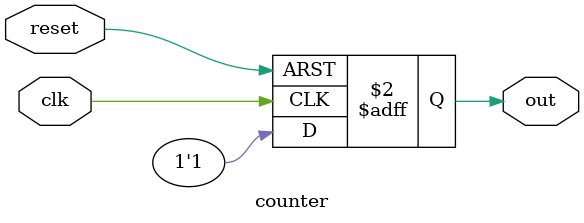
<source format=v>
module counter(clk, reset , out);
	input clk , reset ;
	output reg out ;
	always@(posedge clk , posedge reset)
		begin
			if(reset)
				out = 0 ;
			else 
				out = 1 ;
		end
	endmodule
			
</source>
